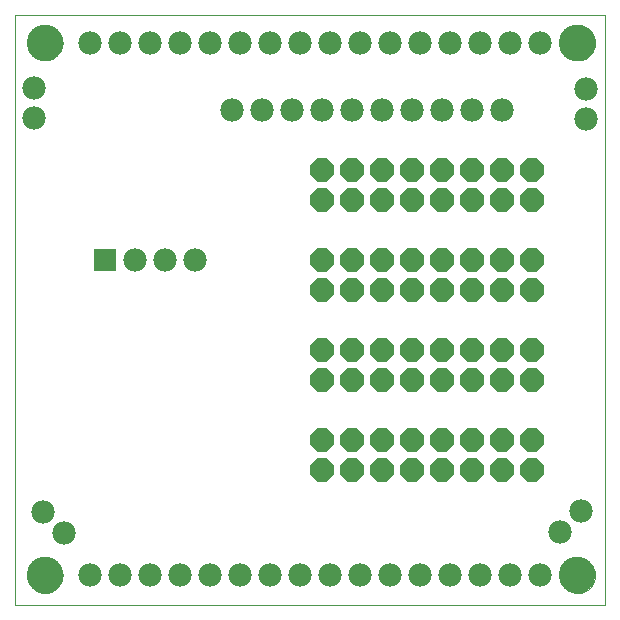
<source format=gbs>
G75*
%MOIN*%
%OFA0B0*%
%FSLAX24Y24*%
%IPPOS*%
%LPD*%
%AMOC8*
5,1,8,0,0,1.08239X$1,22.5*
%
%ADD10C,0.0000*%
%ADD11C,0.1221*%
%ADD12C,0.0780*%
%ADD13OC8,0.0780*%
%ADD14R,0.0780X0.0780*%
D10*
X000728Y000100D02*
X000728Y019785D01*
X020413Y019785D01*
X020413Y000100D01*
X000728Y000100D01*
X001137Y001100D02*
X001139Y001148D01*
X001145Y001196D01*
X001155Y001243D01*
X001168Y001289D01*
X001186Y001334D01*
X001206Y001378D01*
X001231Y001420D01*
X001259Y001459D01*
X001289Y001496D01*
X001323Y001530D01*
X001360Y001562D01*
X001398Y001591D01*
X001439Y001616D01*
X001482Y001638D01*
X001527Y001656D01*
X001573Y001670D01*
X001620Y001681D01*
X001668Y001688D01*
X001716Y001691D01*
X001764Y001690D01*
X001812Y001685D01*
X001860Y001676D01*
X001906Y001664D01*
X001951Y001647D01*
X001995Y001627D01*
X002037Y001604D01*
X002077Y001577D01*
X002115Y001547D01*
X002150Y001514D01*
X002182Y001478D01*
X002212Y001440D01*
X002238Y001399D01*
X002260Y001356D01*
X002280Y001312D01*
X002295Y001267D01*
X002307Y001220D01*
X002315Y001172D01*
X002319Y001124D01*
X002319Y001076D01*
X002315Y001028D01*
X002307Y000980D01*
X002295Y000933D01*
X002280Y000888D01*
X002260Y000844D01*
X002238Y000801D01*
X002212Y000760D01*
X002182Y000722D01*
X002150Y000686D01*
X002115Y000653D01*
X002077Y000623D01*
X002037Y000596D01*
X001995Y000573D01*
X001951Y000553D01*
X001906Y000536D01*
X001860Y000524D01*
X001812Y000515D01*
X001764Y000510D01*
X001716Y000509D01*
X001668Y000512D01*
X001620Y000519D01*
X001573Y000530D01*
X001527Y000544D01*
X001482Y000562D01*
X001439Y000584D01*
X001398Y000609D01*
X001360Y000638D01*
X001323Y000670D01*
X001289Y000704D01*
X001259Y000741D01*
X001231Y000780D01*
X001206Y000822D01*
X001186Y000866D01*
X001168Y000911D01*
X001155Y000957D01*
X001145Y001004D01*
X001139Y001052D01*
X001137Y001100D01*
X001137Y018850D02*
X001139Y018898D01*
X001145Y018946D01*
X001155Y018993D01*
X001168Y019039D01*
X001186Y019084D01*
X001206Y019128D01*
X001231Y019170D01*
X001259Y019209D01*
X001289Y019246D01*
X001323Y019280D01*
X001360Y019312D01*
X001398Y019341D01*
X001439Y019366D01*
X001482Y019388D01*
X001527Y019406D01*
X001573Y019420D01*
X001620Y019431D01*
X001668Y019438D01*
X001716Y019441D01*
X001764Y019440D01*
X001812Y019435D01*
X001860Y019426D01*
X001906Y019414D01*
X001951Y019397D01*
X001995Y019377D01*
X002037Y019354D01*
X002077Y019327D01*
X002115Y019297D01*
X002150Y019264D01*
X002182Y019228D01*
X002212Y019190D01*
X002238Y019149D01*
X002260Y019106D01*
X002280Y019062D01*
X002295Y019017D01*
X002307Y018970D01*
X002315Y018922D01*
X002319Y018874D01*
X002319Y018826D01*
X002315Y018778D01*
X002307Y018730D01*
X002295Y018683D01*
X002280Y018638D01*
X002260Y018594D01*
X002238Y018551D01*
X002212Y018510D01*
X002182Y018472D01*
X002150Y018436D01*
X002115Y018403D01*
X002077Y018373D01*
X002037Y018346D01*
X001995Y018323D01*
X001951Y018303D01*
X001906Y018286D01*
X001860Y018274D01*
X001812Y018265D01*
X001764Y018260D01*
X001716Y018259D01*
X001668Y018262D01*
X001620Y018269D01*
X001573Y018280D01*
X001527Y018294D01*
X001482Y018312D01*
X001439Y018334D01*
X001398Y018359D01*
X001360Y018388D01*
X001323Y018420D01*
X001289Y018454D01*
X001259Y018491D01*
X001231Y018530D01*
X001206Y018572D01*
X001186Y018616D01*
X001168Y018661D01*
X001155Y018707D01*
X001145Y018754D01*
X001139Y018802D01*
X001137Y018850D01*
X018887Y018850D02*
X018889Y018898D01*
X018895Y018946D01*
X018905Y018993D01*
X018918Y019039D01*
X018936Y019084D01*
X018956Y019128D01*
X018981Y019170D01*
X019009Y019209D01*
X019039Y019246D01*
X019073Y019280D01*
X019110Y019312D01*
X019148Y019341D01*
X019189Y019366D01*
X019232Y019388D01*
X019277Y019406D01*
X019323Y019420D01*
X019370Y019431D01*
X019418Y019438D01*
X019466Y019441D01*
X019514Y019440D01*
X019562Y019435D01*
X019610Y019426D01*
X019656Y019414D01*
X019701Y019397D01*
X019745Y019377D01*
X019787Y019354D01*
X019827Y019327D01*
X019865Y019297D01*
X019900Y019264D01*
X019932Y019228D01*
X019962Y019190D01*
X019988Y019149D01*
X020010Y019106D01*
X020030Y019062D01*
X020045Y019017D01*
X020057Y018970D01*
X020065Y018922D01*
X020069Y018874D01*
X020069Y018826D01*
X020065Y018778D01*
X020057Y018730D01*
X020045Y018683D01*
X020030Y018638D01*
X020010Y018594D01*
X019988Y018551D01*
X019962Y018510D01*
X019932Y018472D01*
X019900Y018436D01*
X019865Y018403D01*
X019827Y018373D01*
X019787Y018346D01*
X019745Y018323D01*
X019701Y018303D01*
X019656Y018286D01*
X019610Y018274D01*
X019562Y018265D01*
X019514Y018260D01*
X019466Y018259D01*
X019418Y018262D01*
X019370Y018269D01*
X019323Y018280D01*
X019277Y018294D01*
X019232Y018312D01*
X019189Y018334D01*
X019148Y018359D01*
X019110Y018388D01*
X019073Y018420D01*
X019039Y018454D01*
X019009Y018491D01*
X018981Y018530D01*
X018956Y018572D01*
X018936Y018616D01*
X018918Y018661D01*
X018905Y018707D01*
X018895Y018754D01*
X018889Y018802D01*
X018887Y018850D01*
X018887Y001100D02*
X018889Y001148D01*
X018895Y001196D01*
X018905Y001243D01*
X018918Y001289D01*
X018936Y001334D01*
X018956Y001378D01*
X018981Y001420D01*
X019009Y001459D01*
X019039Y001496D01*
X019073Y001530D01*
X019110Y001562D01*
X019148Y001591D01*
X019189Y001616D01*
X019232Y001638D01*
X019277Y001656D01*
X019323Y001670D01*
X019370Y001681D01*
X019418Y001688D01*
X019466Y001691D01*
X019514Y001690D01*
X019562Y001685D01*
X019610Y001676D01*
X019656Y001664D01*
X019701Y001647D01*
X019745Y001627D01*
X019787Y001604D01*
X019827Y001577D01*
X019865Y001547D01*
X019900Y001514D01*
X019932Y001478D01*
X019962Y001440D01*
X019988Y001399D01*
X020010Y001356D01*
X020030Y001312D01*
X020045Y001267D01*
X020057Y001220D01*
X020065Y001172D01*
X020069Y001124D01*
X020069Y001076D01*
X020065Y001028D01*
X020057Y000980D01*
X020045Y000933D01*
X020030Y000888D01*
X020010Y000844D01*
X019988Y000801D01*
X019962Y000760D01*
X019932Y000722D01*
X019900Y000686D01*
X019865Y000653D01*
X019827Y000623D01*
X019787Y000596D01*
X019745Y000573D01*
X019701Y000553D01*
X019656Y000536D01*
X019610Y000524D01*
X019562Y000515D01*
X019514Y000510D01*
X019466Y000509D01*
X019418Y000512D01*
X019370Y000519D01*
X019323Y000530D01*
X019277Y000544D01*
X019232Y000562D01*
X019189Y000584D01*
X019148Y000609D01*
X019110Y000638D01*
X019073Y000670D01*
X019039Y000704D01*
X019009Y000741D01*
X018981Y000780D01*
X018956Y000822D01*
X018936Y000866D01*
X018918Y000911D01*
X018905Y000957D01*
X018895Y001004D01*
X018889Y001052D01*
X018887Y001100D01*
D11*
X019478Y001100D03*
X001728Y001100D03*
X001728Y018850D03*
X019478Y018850D03*
D12*
X018228Y018850D03*
X017228Y018850D03*
X016228Y018850D03*
X015228Y018850D03*
X014228Y018850D03*
X013228Y018850D03*
X012228Y018850D03*
X011228Y018850D03*
X010228Y018850D03*
X009228Y018850D03*
X008228Y018850D03*
X007228Y018850D03*
X006228Y018850D03*
X005228Y018850D03*
X004228Y018850D03*
X003228Y018850D03*
X001374Y017350D03*
X001374Y016350D03*
X004728Y011600D03*
X005728Y011600D03*
X006728Y011600D03*
X007978Y016600D03*
X008978Y016600D03*
X009978Y016600D03*
X010978Y016600D03*
X011978Y016600D03*
X012978Y016600D03*
X013978Y016600D03*
X014978Y016600D03*
X015978Y016600D03*
X016978Y016600D03*
X019758Y016320D03*
X019758Y017320D03*
X019611Y003234D03*
X018904Y002527D03*
X018228Y001100D03*
X017228Y001100D03*
X016228Y001100D03*
X015228Y001100D03*
X014228Y001100D03*
X013228Y001100D03*
X012228Y001100D03*
X011228Y001100D03*
X010228Y001100D03*
X009228Y001100D03*
X008228Y001100D03*
X007228Y001100D03*
X006228Y001100D03*
X005228Y001100D03*
X004228Y001100D03*
X003228Y001100D03*
X002374Y002496D03*
X001667Y003204D03*
D13*
X010978Y004600D03*
X011978Y004600D03*
X012978Y004600D03*
X013978Y004600D03*
X014978Y004600D03*
X015978Y004600D03*
X016978Y004600D03*
X017978Y004600D03*
X017978Y005600D03*
X016978Y005600D03*
X015978Y005600D03*
X014978Y005600D03*
X013978Y005600D03*
X012978Y005600D03*
X011978Y005600D03*
X010978Y005600D03*
X010978Y007600D03*
X011978Y007600D03*
X012978Y007600D03*
X013978Y007600D03*
X014978Y007600D03*
X015978Y007600D03*
X016978Y007600D03*
X017978Y007600D03*
X017978Y008600D03*
X016978Y008600D03*
X015978Y008600D03*
X014978Y008600D03*
X013978Y008600D03*
X012978Y008600D03*
X011978Y008600D03*
X010978Y008600D03*
X010978Y010600D03*
X011978Y010600D03*
X012978Y010600D03*
X013978Y010600D03*
X014978Y010600D03*
X015978Y010600D03*
X016978Y010600D03*
X017978Y010600D03*
X017978Y011600D03*
X016978Y011600D03*
X015978Y011600D03*
X014978Y011600D03*
X013978Y011600D03*
X012978Y011600D03*
X011978Y011600D03*
X010978Y011600D03*
X010978Y013600D03*
X011978Y013600D03*
X012978Y013600D03*
X013978Y013600D03*
X014978Y013600D03*
X015978Y013600D03*
X016978Y013600D03*
X017978Y013600D03*
X017978Y014600D03*
X016978Y014600D03*
X015978Y014600D03*
X014978Y014600D03*
X013978Y014600D03*
X012978Y014600D03*
X011978Y014600D03*
X010978Y014600D03*
D14*
X003728Y011600D03*
M02*

</source>
